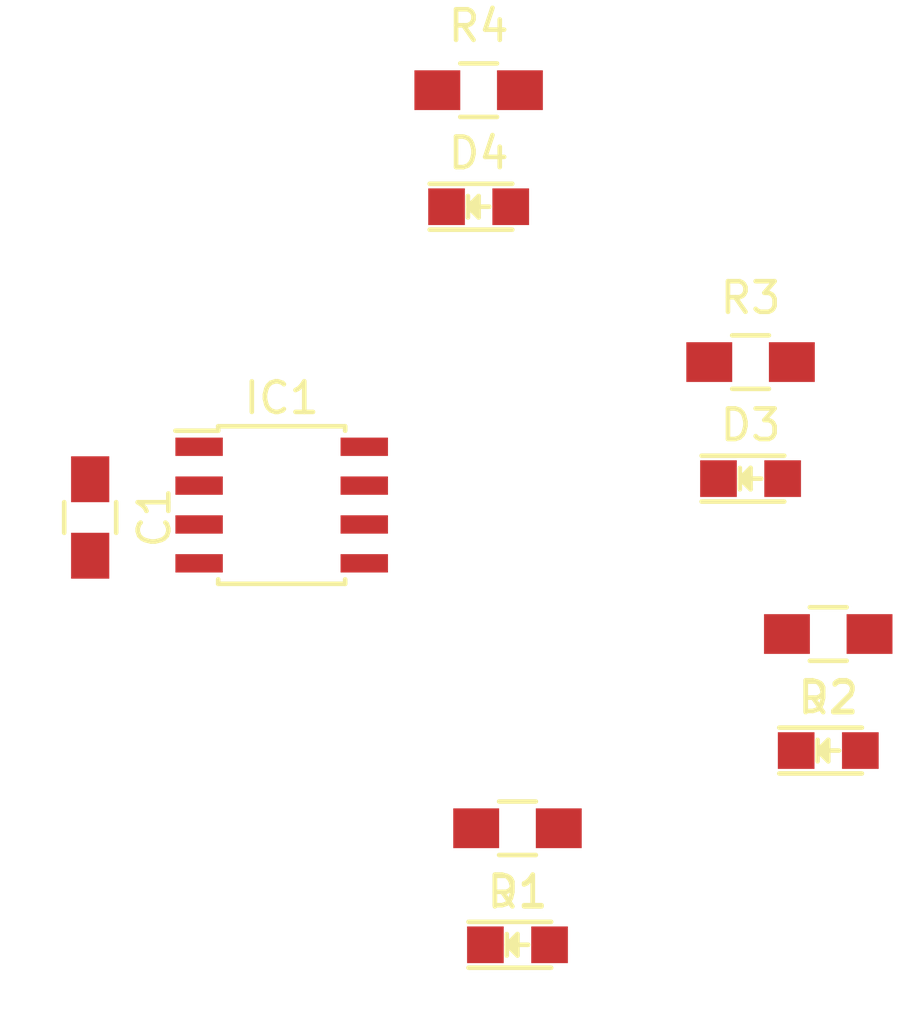
<source format=kicad_pcb>
(kicad_pcb (version 4) (host pcbnew 4.0.0-rc1-stable)

  (general
    (links 13)
    (no_connects 13)
    (area 0 0 0 0)
    (thickness 1.6)
    (drawings 0)
    (tracks 0)
    (zones 0)
    (modules 10)
    (nets 14)
  )

  (page A4)
  (layers
    (0 F.Cu signal)
    (31 B.Cu signal)
    (32 B.Adhes user)
    (33 F.Adhes user)
    (34 B.Paste user)
    (35 F.Paste user)
    (36 B.SilkS user)
    (37 F.SilkS user)
    (38 B.Mask user)
    (39 F.Mask user)
    (40 Dwgs.User user)
    (41 Cmts.User user)
    (42 Eco1.User user)
    (43 Eco2.User user)
    (44 Edge.Cuts user)
    (45 Margin user)
    (46 B.CrtYd user)
    (47 F.CrtYd user)
    (48 B.Fab user)
    (49 F.Fab user)
  )

  (setup
    (last_trace_width 0.25)
    (trace_clearance 0.2)
    (zone_clearance 0.508)
    (zone_45_only no)
    (trace_min 0.2)
    (segment_width 0.2)
    (edge_width 0.15)
    (via_size 0.6)
    (via_drill 0.4)
    (via_min_size 0.4)
    (via_min_drill 0.3)
    (uvia_size 0.3)
    (uvia_drill 0.1)
    (uvias_allowed no)
    (uvia_min_size 0.2)
    (uvia_min_drill 0.1)
    (pcb_text_width 0.3)
    (pcb_text_size 1.5 1.5)
    (mod_edge_width 0.15)
    (mod_text_size 1 1)
    (mod_text_width 0.15)
    (pad_size 1.524 1.524)
    (pad_drill 0.762)
    (pad_to_mask_clearance 0.2)
    (aux_axis_origin 0 0)
    (visible_elements 7FFFFFFF)
    (pcbplotparams
      (layerselection 0x00030_80000001)
      (usegerberextensions false)
      (excludeedgelayer true)
      (linewidth 0.100000)
      (plotframeref false)
      (viasonmask false)
      (mode 1)
      (useauxorigin false)
      (hpglpennumber 1)
      (hpglpenspeed 20)
      (hpglpendiameter 15)
      (hpglpenoverlay 2)
      (psnegative false)
      (psa4output false)
      (plotreference true)
      (plotvalue true)
      (plotinvisibletext false)
      (padsonsilk false)
      (subtractmaskfromsilk false)
      (outputformat 1)
      (mirror false)
      (drillshape 1)
      (scaleselection 1)
      (outputdirectory ""))
  )

  (net 0 "")
  (net 1 VCC)
  (net 2 GND)
  (net 3 "Net-(D1-Pad2)")
  (net 4 "Net-(D1-Pad1)")
  (net 5 "Net-(D2-Pad2)")
  (net 6 "Net-(D2-Pad1)")
  (net 7 "Net-(D3-Pad2)")
  (net 8 "Net-(D3-Pad1)")
  (net 9 "Net-(D4-Pad2)")
  (net 10 "Net-(D4-Pad1)")
  (net 11 "Net-(IC1-Pad1)")
  (net 12 "Net-(IC1-Pad3)")
  (net 13 "Net-(IC1-Pad5)")

  (net_class Default "Dies ist die voreingestellte Netzklasse."
    (clearance 0.2)
    (trace_width 0.25)
    (via_dia 0.6)
    (via_drill 0.4)
    (uvia_dia 0.3)
    (uvia_drill 0.1)
    (add_net GND)
    (add_net "Net-(D1-Pad1)")
    (add_net "Net-(D1-Pad2)")
    (add_net "Net-(D2-Pad1)")
    (add_net "Net-(D2-Pad2)")
    (add_net "Net-(D3-Pad1)")
    (add_net "Net-(D3-Pad2)")
    (add_net "Net-(D4-Pad1)")
    (add_net "Net-(D4-Pad2)")
    (add_net "Net-(IC1-Pad1)")
    (add_net "Net-(IC1-Pad3)")
    (add_net "Net-(IC1-Pad5)")
    (add_net VCC)
  )

  (module Capacitors_SMD:C_0805_HandSoldering (layer F.Cu) (tedit 541A9B8D) (tstamp 56433F12)
    (at 142.24 105.41 270)
    (descr "Capacitor SMD 0805, hand soldering")
    (tags "capacitor 0805")
    (path /56434EC2)
    (attr smd)
    (fp_text reference C1 (at 0 -2.1 270) (layer F.SilkS)
      (effects (font (size 1 1) (thickness 0.15)))
    )
    (fp_text value 100µF (at 0 2.1 270) (layer F.Fab)
      (effects (font (size 1 1) (thickness 0.15)))
    )
    (fp_line (start -2.3 -1) (end 2.3 -1) (layer F.CrtYd) (width 0.05))
    (fp_line (start -2.3 1) (end 2.3 1) (layer F.CrtYd) (width 0.05))
    (fp_line (start -2.3 -1) (end -2.3 1) (layer F.CrtYd) (width 0.05))
    (fp_line (start 2.3 -1) (end 2.3 1) (layer F.CrtYd) (width 0.05))
    (fp_line (start 0.5 -0.85) (end -0.5 -0.85) (layer F.SilkS) (width 0.15))
    (fp_line (start -0.5 0.85) (end 0.5 0.85) (layer F.SilkS) (width 0.15))
    (pad 1 smd rect (at -1.25 0 270) (size 1.5 1.25) (layers F.Cu F.Paste F.Mask)
      (net 1 VCC))
    (pad 2 smd rect (at 1.25 0 270) (size 1.5 1.25) (layers F.Cu F.Paste F.Mask)
      (net 2 GND))
    (model Capacitors_SMD.3dshapes/C_0805_HandSoldering.wrl
      (at (xyz 0 0 0))
      (scale (xyz 1 1 1))
      (rotate (xyz 0 0 0))
    )
  )

  (module LEDs:LED-0805 (layer F.Cu) (tedit 55BDE1C2) (tstamp 56433F18)
    (at 156.21 119.38)
    (descr "LED 0805 smd package")
    (tags "LED 0805 SMD")
    (path /56433BC5)
    (attr smd)
    (fp_text reference D1 (at 0 -1.75) (layer F.SilkS)
      (effects (font (size 1 1) (thickness 0.15)))
    )
    (fp_text value LED (at 0 1.75) (layer F.Fab)
      (effects (font (size 1 1) (thickness 0.15)))
    )
    (fp_line (start -1.6 0.75) (end 1.1 0.75) (layer F.SilkS) (width 0.15))
    (fp_line (start -1.6 -0.75) (end 1.1 -0.75) (layer F.SilkS) (width 0.15))
    (fp_line (start -0.1 0.15) (end -0.1 -0.1) (layer F.SilkS) (width 0.15))
    (fp_line (start -0.1 -0.1) (end -0.25 0.05) (layer F.SilkS) (width 0.15))
    (fp_line (start -0.35 -0.35) (end -0.35 0.35) (layer F.SilkS) (width 0.15))
    (fp_line (start 0 0) (end 0.35 0) (layer F.SilkS) (width 0.15))
    (fp_line (start -0.35 0) (end 0 -0.35) (layer F.SilkS) (width 0.15))
    (fp_line (start 0 -0.35) (end 0 0.35) (layer F.SilkS) (width 0.15))
    (fp_line (start 0 0.35) (end -0.35 0) (layer F.SilkS) (width 0.15))
    (fp_line (start 1.9 -0.95) (end 1.9 0.95) (layer F.CrtYd) (width 0.05))
    (fp_line (start 1.9 0.95) (end -1.9 0.95) (layer F.CrtYd) (width 0.05))
    (fp_line (start -1.9 0.95) (end -1.9 -0.95) (layer F.CrtYd) (width 0.05))
    (fp_line (start -1.9 -0.95) (end 1.9 -0.95) (layer F.CrtYd) (width 0.05))
    (pad 2 smd rect (at 1.04902 0 180) (size 1.19888 1.19888) (layers F.Cu F.Paste F.Mask)
      (net 3 "Net-(D1-Pad2)"))
    (pad 1 smd rect (at -1.04902 0 180) (size 1.19888 1.19888) (layers F.Cu F.Paste F.Mask)
      (net 4 "Net-(D1-Pad1)"))
    (model LEDs.3dshapes/LED-0805.wrl
      (at (xyz 0 0 0))
      (scale (xyz 1 1 1))
      (rotate (xyz 0 0 0))
    )
  )

  (module LEDs:LED-0805 (layer F.Cu) (tedit 55BDE1C2) (tstamp 56433F1E)
    (at 166.37 113.03)
    (descr "LED 0805 smd package")
    (tags "LED 0805 SMD")
    (path /56433CDA)
    (attr smd)
    (fp_text reference D2 (at 0 -1.75) (layer F.SilkS)
      (effects (font (size 1 1) (thickness 0.15)))
    )
    (fp_text value LED (at 0 1.75) (layer F.Fab)
      (effects (font (size 1 1) (thickness 0.15)))
    )
    (fp_line (start -1.6 0.75) (end 1.1 0.75) (layer F.SilkS) (width 0.15))
    (fp_line (start -1.6 -0.75) (end 1.1 -0.75) (layer F.SilkS) (width 0.15))
    (fp_line (start -0.1 0.15) (end -0.1 -0.1) (layer F.SilkS) (width 0.15))
    (fp_line (start -0.1 -0.1) (end -0.25 0.05) (layer F.SilkS) (width 0.15))
    (fp_line (start -0.35 -0.35) (end -0.35 0.35) (layer F.SilkS) (width 0.15))
    (fp_line (start 0 0) (end 0.35 0) (layer F.SilkS) (width 0.15))
    (fp_line (start -0.35 0) (end 0 -0.35) (layer F.SilkS) (width 0.15))
    (fp_line (start 0 -0.35) (end 0 0.35) (layer F.SilkS) (width 0.15))
    (fp_line (start 0 0.35) (end -0.35 0) (layer F.SilkS) (width 0.15))
    (fp_line (start 1.9 -0.95) (end 1.9 0.95) (layer F.CrtYd) (width 0.05))
    (fp_line (start 1.9 0.95) (end -1.9 0.95) (layer F.CrtYd) (width 0.05))
    (fp_line (start -1.9 0.95) (end -1.9 -0.95) (layer F.CrtYd) (width 0.05))
    (fp_line (start -1.9 -0.95) (end 1.9 -0.95) (layer F.CrtYd) (width 0.05))
    (pad 2 smd rect (at 1.04902 0 180) (size 1.19888 1.19888) (layers F.Cu F.Paste F.Mask)
      (net 5 "Net-(D2-Pad2)"))
    (pad 1 smd rect (at -1.04902 0 180) (size 1.19888 1.19888) (layers F.Cu F.Paste F.Mask)
      (net 6 "Net-(D2-Pad1)"))
    (model LEDs.3dshapes/LED-0805.wrl
      (at (xyz 0 0 0))
      (scale (xyz 1 1 1))
      (rotate (xyz 0 0 0))
    )
  )

  (module LEDs:LED-0805 (layer F.Cu) (tedit 55BDE1C2) (tstamp 56433F24)
    (at 163.83 104.14)
    (descr "LED 0805 smd package")
    (tags "LED 0805 SMD")
    (path /56433D17)
    (attr smd)
    (fp_text reference D3 (at 0 -1.75) (layer F.SilkS)
      (effects (font (size 1 1) (thickness 0.15)))
    )
    (fp_text value LED (at 0 1.75) (layer F.Fab)
      (effects (font (size 1 1) (thickness 0.15)))
    )
    (fp_line (start -1.6 0.75) (end 1.1 0.75) (layer F.SilkS) (width 0.15))
    (fp_line (start -1.6 -0.75) (end 1.1 -0.75) (layer F.SilkS) (width 0.15))
    (fp_line (start -0.1 0.15) (end -0.1 -0.1) (layer F.SilkS) (width 0.15))
    (fp_line (start -0.1 -0.1) (end -0.25 0.05) (layer F.SilkS) (width 0.15))
    (fp_line (start -0.35 -0.35) (end -0.35 0.35) (layer F.SilkS) (width 0.15))
    (fp_line (start 0 0) (end 0.35 0) (layer F.SilkS) (width 0.15))
    (fp_line (start -0.35 0) (end 0 -0.35) (layer F.SilkS) (width 0.15))
    (fp_line (start 0 -0.35) (end 0 0.35) (layer F.SilkS) (width 0.15))
    (fp_line (start 0 0.35) (end -0.35 0) (layer F.SilkS) (width 0.15))
    (fp_line (start 1.9 -0.95) (end 1.9 0.95) (layer F.CrtYd) (width 0.05))
    (fp_line (start 1.9 0.95) (end -1.9 0.95) (layer F.CrtYd) (width 0.05))
    (fp_line (start -1.9 0.95) (end -1.9 -0.95) (layer F.CrtYd) (width 0.05))
    (fp_line (start -1.9 -0.95) (end 1.9 -0.95) (layer F.CrtYd) (width 0.05))
    (pad 2 smd rect (at 1.04902 0 180) (size 1.19888 1.19888) (layers F.Cu F.Paste F.Mask)
      (net 7 "Net-(D3-Pad2)"))
    (pad 1 smd rect (at -1.04902 0 180) (size 1.19888 1.19888) (layers F.Cu F.Paste F.Mask)
      (net 8 "Net-(D3-Pad1)"))
    (model LEDs.3dshapes/LED-0805.wrl
      (at (xyz 0 0 0))
      (scale (xyz 1 1 1))
      (rotate (xyz 0 0 0))
    )
  )

  (module LEDs:LED-0805 (layer F.Cu) (tedit 55BDE1C2) (tstamp 56433F2A)
    (at 154.94 95.25)
    (descr "LED 0805 smd package")
    (tags "LED 0805 SMD")
    (path /56433D50)
    (attr smd)
    (fp_text reference D4 (at 0 -1.75) (layer F.SilkS)
      (effects (font (size 1 1) (thickness 0.15)))
    )
    (fp_text value LED (at 0 1.75) (layer F.Fab)
      (effects (font (size 1 1) (thickness 0.15)))
    )
    (fp_line (start -1.6 0.75) (end 1.1 0.75) (layer F.SilkS) (width 0.15))
    (fp_line (start -1.6 -0.75) (end 1.1 -0.75) (layer F.SilkS) (width 0.15))
    (fp_line (start -0.1 0.15) (end -0.1 -0.1) (layer F.SilkS) (width 0.15))
    (fp_line (start -0.1 -0.1) (end -0.25 0.05) (layer F.SilkS) (width 0.15))
    (fp_line (start -0.35 -0.35) (end -0.35 0.35) (layer F.SilkS) (width 0.15))
    (fp_line (start 0 0) (end 0.35 0) (layer F.SilkS) (width 0.15))
    (fp_line (start -0.35 0) (end 0 -0.35) (layer F.SilkS) (width 0.15))
    (fp_line (start 0 -0.35) (end 0 0.35) (layer F.SilkS) (width 0.15))
    (fp_line (start 0 0.35) (end -0.35 0) (layer F.SilkS) (width 0.15))
    (fp_line (start 1.9 -0.95) (end 1.9 0.95) (layer F.CrtYd) (width 0.05))
    (fp_line (start 1.9 0.95) (end -1.9 0.95) (layer F.CrtYd) (width 0.05))
    (fp_line (start -1.9 0.95) (end -1.9 -0.95) (layer F.CrtYd) (width 0.05))
    (fp_line (start -1.9 -0.95) (end 1.9 -0.95) (layer F.CrtYd) (width 0.05))
    (pad 2 smd rect (at 1.04902 0 180) (size 1.19888 1.19888) (layers F.Cu F.Paste F.Mask)
      (net 9 "Net-(D4-Pad2)"))
    (pad 1 smd rect (at -1.04902 0 180) (size 1.19888 1.19888) (layers F.Cu F.Paste F.Mask)
      (net 10 "Net-(D4-Pad1)"))
    (model LEDs.3dshapes/LED-0805.wrl
      (at (xyz 0 0 0))
      (scale (xyz 1 1 1))
      (rotate (xyz 0 0 0))
    )
  )

  (module Housings_SOIC:SOIC-8_3.9x4.9mm_Pitch1.27mm (layer F.Cu) (tedit 54130A77) (tstamp 56433F36)
    (at 148.5011 105.0036)
    (descr "8-Lead Plastic Small Outline (SN) - Narrow, 3.90 mm Body [SOIC] (see Microchip Packaging Specification 00000049BS.pdf)")
    (tags "SOIC 1.27")
    (path /56434852)
    (attr smd)
    (fp_text reference IC1 (at 0 -3.5) (layer F.SilkS)
      (effects (font (size 1 1) (thickness 0.15)))
    )
    (fp_text value ATTINY45-S (at 0 3.5) (layer F.Fab)
      (effects (font (size 1 1) (thickness 0.15)))
    )
    (fp_line (start -3.75 -2.75) (end -3.75 2.75) (layer F.CrtYd) (width 0.05))
    (fp_line (start 3.75 -2.75) (end 3.75 2.75) (layer F.CrtYd) (width 0.05))
    (fp_line (start -3.75 -2.75) (end 3.75 -2.75) (layer F.CrtYd) (width 0.05))
    (fp_line (start -3.75 2.75) (end 3.75 2.75) (layer F.CrtYd) (width 0.05))
    (fp_line (start -2.075 -2.575) (end -2.075 -2.43) (layer F.SilkS) (width 0.15))
    (fp_line (start 2.075 -2.575) (end 2.075 -2.43) (layer F.SilkS) (width 0.15))
    (fp_line (start 2.075 2.575) (end 2.075 2.43) (layer F.SilkS) (width 0.15))
    (fp_line (start -2.075 2.575) (end -2.075 2.43) (layer F.SilkS) (width 0.15))
    (fp_line (start -2.075 -2.575) (end 2.075 -2.575) (layer F.SilkS) (width 0.15))
    (fp_line (start -2.075 2.575) (end 2.075 2.575) (layer F.SilkS) (width 0.15))
    (fp_line (start -2.075 -2.43) (end -3.475 -2.43) (layer F.SilkS) (width 0.15))
    (pad 1 smd rect (at -2.7 -1.905) (size 1.55 0.6) (layers F.Cu F.Paste F.Mask)
      (net 11 "Net-(IC1-Pad1)"))
    (pad 2 smd rect (at -2.7 -0.635) (size 1.55 0.6) (layers F.Cu F.Paste F.Mask)
      (net 9 "Net-(D4-Pad2)"))
    (pad 3 smd rect (at -2.7 0.635) (size 1.55 0.6) (layers F.Cu F.Paste F.Mask)
      (net 12 "Net-(IC1-Pad3)"))
    (pad 4 smd rect (at -2.7 1.905) (size 1.55 0.6) (layers F.Cu F.Paste F.Mask)
      (net 2 GND))
    (pad 5 smd rect (at 2.7 1.905) (size 1.55 0.6) (layers F.Cu F.Paste F.Mask)
      (net 13 "Net-(IC1-Pad5)"))
    (pad 6 smd rect (at 2.7 0.635) (size 1.55 0.6) (layers F.Cu F.Paste F.Mask)
      (net 5 "Net-(D2-Pad2)"))
    (pad 7 smd rect (at 2.7 -0.635) (size 1.55 0.6) (layers F.Cu F.Paste F.Mask)
      (net 7 "Net-(D3-Pad2)"))
    (pad 8 smd rect (at 2.7 -1.905) (size 1.55 0.6) (layers F.Cu F.Paste F.Mask)
      (net 1 VCC))
    (model Housings_SOIC.3dshapes/SOIC-8_3.9x4.9mm_Pitch1.27mm.wrl
      (at (xyz 0 0 0))
      (scale (xyz 1 1 1))
      (rotate (xyz 0 0 0))
    )
  )

  (module Resistors_SMD:R_0805_HandSoldering (layer F.Cu) (tedit 54189DEE) (tstamp 56433F3C)
    (at 156.21 115.57 180)
    (descr "Resistor SMD 0805, hand soldering")
    (tags "resistor 0805")
    (path /5643443B)
    (attr smd)
    (fp_text reference R1 (at 0 -2.1 180) (layer F.SilkS)
      (effects (font (size 1 1) (thickness 0.15)))
    )
    (fp_text value R (at 0 2.1 180) (layer F.Fab)
      (effects (font (size 1 1) (thickness 0.15)))
    )
    (fp_line (start -2.4 -1) (end 2.4 -1) (layer F.CrtYd) (width 0.05))
    (fp_line (start -2.4 1) (end 2.4 1) (layer F.CrtYd) (width 0.05))
    (fp_line (start -2.4 -1) (end -2.4 1) (layer F.CrtYd) (width 0.05))
    (fp_line (start 2.4 -1) (end 2.4 1) (layer F.CrtYd) (width 0.05))
    (fp_line (start 0.6 0.875) (end -0.6 0.875) (layer F.SilkS) (width 0.15))
    (fp_line (start -0.6 -0.875) (end 0.6 -0.875) (layer F.SilkS) (width 0.15))
    (pad 1 smd rect (at -1.35 0 180) (size 1.5 1.3) (layers F.Cu F.Paste F.Mask)
      (net 4 "Net-(D1-Pad1)"))
    (pad 2 smd rect (at 1.35 0 180) (size 1.5 1.3) (layers F.Cu F.Paste F.Mask)
      (net 2 GND))
    (model Resistors_SMD.3dshapes/R_0805_HandSoldering.wrl
      (at (xyz 0 0 0))
      (scale (xyz 1 1 1))
      (rotate (xyz 0 0 0))
    )
  )

  (module Resistors_SMD:R_0805_HandSoldering (layer F.Cu) (tedit 54189DEE) (tstamp 56433F42)
    (at 166.37 109.22 180)
    (descr "Resistor SMD 0805, hand soldering")
    (tags "resistor 0805")
    (path /564344DD)
    (attr smd)
    (fp_text reference R2 (at 0 -2.1 180) (layer F.SilkS)
      (effects (font (size 1 1) (thickness 0.15)))
    )
    (fp_text value R (at 0 2.1 180) (layer F.Fab)
      (effects (font (size 1 1) (thickness 0.15)))
    )
    (fp_line (start -2.4 -1) (end 2.4 -1) (layer F.CrtYd) (width 0.05))
    (fp_line (start -2.4 1) (end 2.4 1) (layer F.CrtYd) (width 0.05))
    (fp_line (start -2.4 -1) (end -2.4 1) (layer F.CrtYd) (width 0.05))
    (fp_line (start 2.4 -1) (end 2.4 1) (layer F.CrtYd) (width 0.05))
    (fp_line (start 0.6 0.875) (end -0.6 0.875) (layer F.SilkS) (width 0.15))
    (fp_line (start -0.6 -0.875) (end 0.6 -0.875) (layer F.SilkS) (width 0.15))
    (pad 1 smd rect (at -1.35 0 180) (size 1.5 1.3) (layers F.Cu F.Paste F.Mask)
      (net 6 "Net-(D2-Pad1)"))
    (pad 2 smd rect (at 1.35 0 180) (size 1.5 1.3) (layers F.Cu F.Paste F.Mask)
      (net 2 GND))
    (model Resistors_SMD.3dshapes/R_0805_HandSoldering.wrl
      (at (xyz 0 0 0))
      (scale (xyz 1 1 1))
      (rotate (xyz 0 0 0))
    )
  )

  (module Resistors_SMD:R_0805_HandSoldering (layer F.Cu) (tedit 54189DEE) (tstamp 56433F48)
    (at 163.83 100.33)
    (descr "Resistor SMD 0805, hand soldering")
    (tags "resistor 0805")
    (path /56434529)
    (attr smd)
    (fp_text reference R3 (at 0 -2.1) (layer F.SilkS)
      (effects (font (size 1 1) (thickness 0.15)))
    )
    (fp_text value R (at 0 2.1) (layer F.Fab)
      (effects (font (size 1 1) (thickness 0.15)))
    )
    (fp_line (start -2.4 -1) (end 2.4 -1) (layer F.CrtYd) (width 0.05))
    (fp_line (start -2.4 1) (end 2.4 1) (layer F.CrtYd) (width 0.05))
    (fp_line (start -2.4 -1) (end -2.4 1) (layer F.CrtYd) (width 0.05))
    (fp_line (start 2.4 -1) (end 2.4 1) (layer F.CrtYd) (width 0.05))
    (fp_line (start 0.6 0.875) (end -0.6 0.875) (layer F.SilkS) (width 0.15))
    (fp_line (start -0.6 -0.875) (end 0.6 -0.875) (layer F.SilkS) (width 0.15))
    (pad 1 smd rect (at -1.35 0) (size 1.5 1.3) (layers F.Cu F.Paste F.Mask)
      (net 8 "Net-(D3-Pad1)"))
    (pad 2 smd rect (at 1.35 0) (size 1.5 1.3) (layers F.Cu F.Paste F.Mask)
      (net 2 GND))
    (model Resistors_SMD.3dshapes/R_0805_HandSoldering.wrl
      (at (xyz 0 0 0))
      (scale (xyz 1 1 1))
      (rotate (xyz 0 0 0))
    )
  )

  (module Resistors_SMD:R_0805_HandSoldering (layer F.Cu) (tedit 54189DEE) (tstamp 56433F4E)
    (at 154.94 91.44)
    (descr "Resistor SMD 0805, hand soldering")
    (tags "resistor 0805")
    (path /56434564)
    (attr smd)
    (fp_text reference R4 (at 0 -2.1) (layer F.SilkS)
      (effects (font (size 1 1) (thickness 0.15)))
    )
    (fp_text value R (at 0 2.1) (layer F.Fab)
      (effects (font (size 1 1) (thickness 0.15)))
    )
    (fp_line (start -2.4 -1) (end 2.4 -1) (layer F.CrtYd) (width 0.05))
    (fp_line (start -2.4 1) (end 2.4 1) (layer F.CrtYd) (width 0.05))
    (fp_line (start -2.4 -1) (end -2.4 1) (layer F.CrtYd) (width 0.05))
    (fp_line (start 2.4 -1) (end 2.4 1) (layer F.CrtYd) (width 0.05))
    (fp_line (start 0.6 0.875) (end -0.6 0.875) (layer F.SilkS) (width 0.15))
    (fp_line (start -0.6 -0.875) (end 0.6 -0.875) (layer F.SilkS) (width 0.15))
    (pad 1 smd rect (at -1.35 0) (size 1.5 1.3) (layers F.Cu F.Paste F.Mask)
      (net 10 "Net-(D4-Pad1)"))
    (pad 2 smd rect (at 1.35 0) (size 1.5 1.3) (layers F.Cu F.Paste F.Mask)
      (net 2 GND))
    (model Resistors_SMD.3dshapes/R_0805_HandSoldering.wrl
      (at (xyz 0 0 0))
      (scale (xyz 1 1 1))
      (rotate (xyz 0 0 0))
    )
  )

)

</source>
